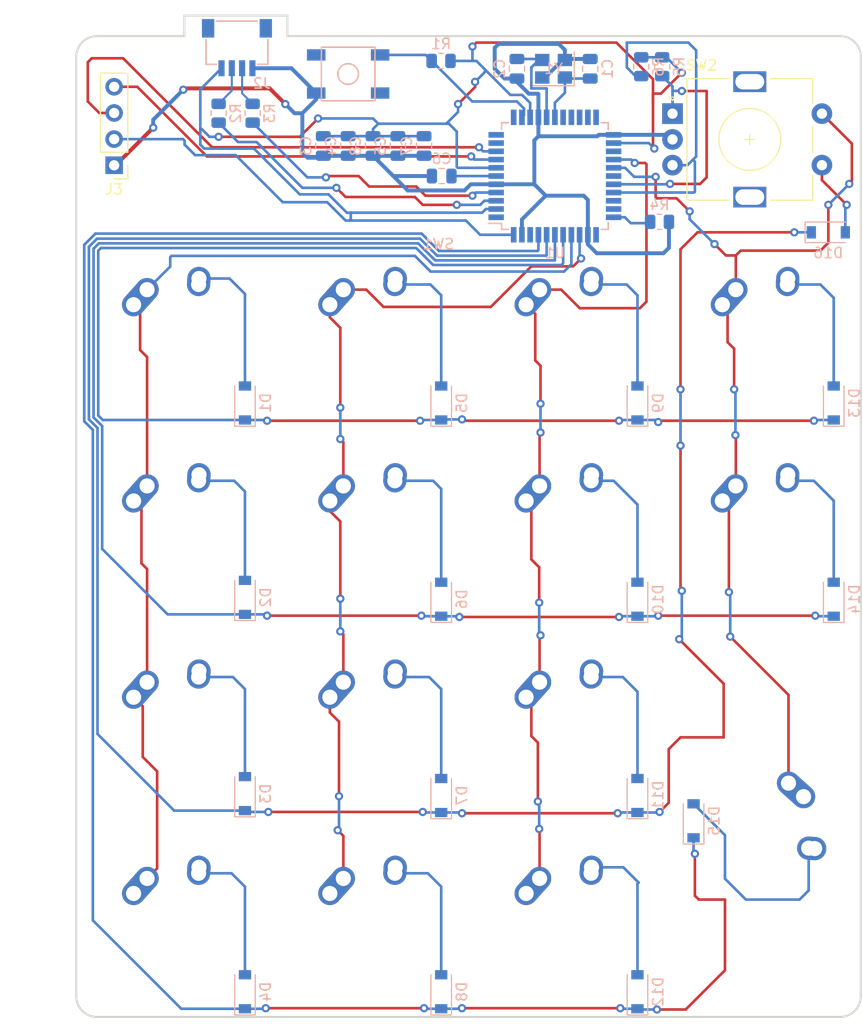
<source format=kicad_pcb>
(kicad_pcb (version 20211014) (generator pcbnew)
  (layers (0 "F.Cu" signal) (31 "B.Cu" signal) (34 "B.Paste" user) (35 "F.Paste" user) (36 "B.SilkS" user "B.Silkscreen") (37 "F.SilkS" user "F.Silkscreen") (38 "B.Mask" user) (39 "F.Mask" user) (44 "Edge.Cuts" user))
  (net 0 "")
  (net 1 "XTAL1")
  (net 2 "GND")
  (net 3 "XTAL2")
  (net 4 "Net-(C6-Pad1)")
  (net 5 "ROW0")
  (net 6 "Net-(D1-Pad2)")
  (net 7 "ROW1")
  (net 8 "Net-(D2-Pad2)")
  (net 9 "ROW2")
  (net 10 "Net-(D3-Pad2)")
  (net 11 "ROW3")
  (net 12 "Net-(D4-Pad2)")
  (net 13 "Net-(D5-Pad2)")
  (net 14 "Net-(D6-Pad2)")
  (net 15 "Net-(D7-Pad2)")
  (net 16 "Net-(D8-Pad2)")
  (net 17 "Net-(D9-Pad2)")
  (net 18 "Net-(D10-Pad2)")
  (net 19 "Net-(D11-Pad2)")
  (net 20 "Net-(D12-Pad2)")
  (net 21 "Net-(D13-Pad2)")
  (net 22 "Net-(D14-Pad2)")
  (net 23 "Net-(D15-Pad2)")
  (net 24 "Net-(D16-Pad2)")
  (net 25 "RESET")
  (net 26 "D+")
  (net 27 "D-")
  (net 28 "OLED1")
  (net 29 "OLED2")
  (net 30 "COL0")
  (net 31 "COL1")
  (net 32 "COL2")
  (net 33 "COL3")
  (net 34 "Net-(R2-Pad1)")
  (net 35 "Net-(R3-Pad1)")
  (net 36 "Net-(R4-Pad2)")
  (net 37 "CLK")
  (net 38 "DT")
  (net 40 "+5V")
  (footprint "MX_Alps_Hybrid:MX-1U-NoLED" (layer "F.Cu") (at 84.963035 103.41893)
    (fp_text reference "MX14")
    (fp_text value "#4b")
  )
  (footprint "MX_Alps_Hybrid:MX-1U-NoLED" (layer "F.Cu") (at 27.812965 84.36893)
    (fp_text reference "MX1")
    (fp_text value "#1")
  )
  (footprint "MX_Alps_Hybrid:MX-1U-NoLED" (layer "F.Cu") (at 46.862935 122.46903)
    (fp_text reference "MX7")
    (fp_text value "#2c")
  )
  (footprint "MX_Alps_Hybrid:MX-1U-NoLED" (layer "F.Cu") (at 84.963035 84.36893)
    (fp_text reference "MX13")
    (fp_text value "#4")
  )
  (footprint "MX_Alps_Hybrid:MX-1U-NoLED" (layer "F.Cu") (at 46.862935 141.51907)
    (fp_text reference "MX8")
    (fp_text value "#2d")
  )
  (footprint "MX_Alps_Hybrid:MX-1U-NoLED" (layer "F.Cu") (at 65.913035 103.41893)
    (fp_text reference "MX10")
    (fp_text value "#3b")
  )
  (footprint "MX_Alps_Hybrid:MX-1U-NoLED" (layer "F.Cu") (at 27.812965 103.41893)
    (fp_text reference "MX2")
    (fp_text value "#1b")
  )
  (footprint "MX_Alps_Hybrid:MX-1U-NoLED" (layer "F.Cu") (at 65.913035 141.51907)
    (fp_text reference "MX12")
    (fp_text value "#3d")
  )
  (footprint "MX_Alps_Hybrid:MX-1U-NoLED" (layer "F.Cu") (at 65.913035 122.46903)
    (fp_text reference "MX11")
    (fp_text value "#3c")
  )
  (footprint "Rotary_Encoder:RotaryEncoder_Alps_EC11E-Switch_Vertical_H20mm" (layer "F.Cu") (at 76.316 63.286)
    (fp_text reference "SW2")
    (fp_text value "RotaryEncoder_Switch")
  )
  (footprint "MX_Alps_Hybrid:MX-2U-NoLED" (layer "F.Cu") (at 85.03345 132.08 -90)
    (fp_text reference "MX15")
    (fp_text value "#4c")
  )
  (footprint "MX_Alps_Hybrid:MX-1U-NoLED" (layer "F.Cu") (at 27.812965 122.46903)
    (fp_text reference "MX3")
    (fp_text value "#1c")
  )
  (footprint "MX_Alps_Hybrid:MX-1U-NoLED" (layer "F.Cu") (at 27.812965 141.51907)
    (fp_text reference "MX4")
    (fp_text value "#1d")
  )
  (footprint "Connector_PinHeader_2.54mm:PinHeader_1x04_P2.54mm_Vertical" (layer "F.Cu") (at 22.113181 68.297935 180)
    (fp_text reference "J3")
    (fp_text value "Conn_01x04_Female_For_LCD")
  )
  (footprint "MX_Alps_Hybrid:MX-1U-NoLED" (layer "F.Cu") (at 46.862935 103.41893)
    (fp_text reference "MX6")
    (fp_text value "#2b")
  )
  (footprint "MX_Alps_Hybrid:MX-1U-NoLED" (layer "F.Cu") (at 46.862935 84.36893)
    (fp_text reference "MX5")
    (fp_text value "#2")
  )
  (footprint "MX_Alps_Hybrid:MX-1U-NoLED" (layer "F.Cu") (at 65.913035 84.36893)
    (fp_text reference "MX9")
    (fp_text value "#3")
  )
  (footprint "Resistor_SMD:R_0805_2012Metric" (layer "B.Cu") (at 35.56 63.246 90)
    (fp_text reference "R3")
    (fp_text value "22")
  )
  (footprint "Diode_SMD:D_SOD-123" (layer "B.Cu") (at 34.8127 129.286 90)
    (fp_text reference "D3")
    (fp_text value "D_Small")
  )
  (footprint "Diode_SMD:D_SOD-123" (layer "B.Cu") (at 34.812965 148.51907 90)
    (fp_text reference "D4")
    (fp_text value "D_Small")
  )
  (footprint "Capacitor_SMD:C_0805_2012Metric" (layer "B.Cu") (at 44.831 66.421 -90)
    (fp_text reference "C4")
    (fp_text value "0.1uF")
  )
  (footprint "Diode_SMD:D_SOD-123" (layer "B.Cu") (at 53.8626 148.51867 90)
    (fp_text reference "D8")
    (fp_text value "D_Small")
  )
  (footprint "Package_QFP:TQFP-44_10x10mm_P0.8mm" (layer "B.Cu") (at 64.897 69.342)
    (fp_text reference "U1")
    (fp_text value "ATmega32U4-A")
  )
  (footprint "Resistor_SMD:R_0805_2012Metric" (layer "B.Cu") (at 75.057 73.787 180)
    (fp_text reference "R4")
    (fp_text value "10k")
  )
  (footprint "Resistor_SMD:R_0805_2012Metric" (layer "B.Cu") (at 32.258 63.246 90)
    (fp_text reference "R2")
    (fp_text value "22")
  )
  (footprint "Diode_SMD:D_SOD-123" (layer "B.Cu") (at 78.359 131.926 90)
    (fp_text reference "D15")
    (fp_text value "D_Small")
  )
  (footprint "Diode_SMD:D_SOD-123" (layer "B.Cu") (at 91.44 74.803)
    (fp_text reference "D16")
    (fp_text value "D_Small")
  )
  (footprint "random-keyboard-parts:JST-SR-4" (layer "B.Cu") (at 34.036 54.102)
    (fp_text reference "J2")
    (fp_text value "Conn_01x04")
  )
  (footprint "Capacitor_SMD:C_0805_2012Metric" (layer "B.Cu") (at 42.418 66.421 -90)
    (fp_text reference "C3")
    (fp_text value "0.1uF")
  )
  (footprint "Resistor_SMD:R_0805_2012Metric" (layer "B.Cu") (at 73.279 58.7285 90)
    (fp_text reference "R6")
    (fp_text value "10K")
  )
  (footprint "Diode_SMD:D_SOD-123" (layer "B.Cu") (at 91.963035 110.41893 90)
    (fp_text reference "D14")
    (fp_text value "D_Small")
  )
  (footprint "Diode_SMD:D_SOD-123" (layer "B.Cu") (at 72.9126 110.41853 90)
    (fp_text reference "D10")
    (fp_text value "D_Small")
  )
  (footprint "Resistor_SMD:R_0805_2012Metric" (layer "B.Cu") (at 53.848 58.166 180)
    (fp_text reference "R1")
    (fp_text value "10k")
  )
  (footprint "random-keyboard-parts:SKQG-1155865" (layer "B.Cu") (at 44.831 59.436 180)
    (fp_text reference "SW1")
    (fp_text value "SW_Push")
  )
  (footprint "Diode_SMD:D_SOD-123" (layer "B.Cu") (at 53.8626 110.41853 90)
    (fp_text reference "D6")
    (fp_text value "D_Small")
  )
  (footprint "Capacitor_SMD:C_0805_2012Metric" (layer "B.Cu") (at 68.326 58.928 90)
    (fp_text reference "C1")
    (fp_text value "22pF")
  )
  (footprint "Diode_SMD:D_SOD-123" (layer "B.Cu") (at 72.9126 148.51867 90)
    (fp_text reference "D12")
    (fp_text value "D_Small")
  )
  (footprint "Crystal:Crystal_SMD_3225-4Pin_3.2x2.5mm" (layer "B.Cu") (at 64.77 58.928 180)
    (fp_text reference "Y1")
    (fp_text value "16MHz")
  )
  (footprint "Capacitor_SMD:C_0805_2012Metric" (layer "B.Cu") (at 61.214 58.928 -90)
    (fp_text reference "C2")
    (fp_text value "22pF")
  )
  (footprint "Diode_SMD:D_SOD-123" (layer "B.Cu") (at 72.913035 91.36893 90)
    (fp_text reference "D9")
    (fp_text value "D_Small")
  )
  (footprint "Diode_SMD:D_SOD-123" (layer "B.Cu") (at 72.9126 129.46863 90)
    (fp_text reference "D11")
    (fp_text value "D_Small")
  )
  (footprint "Diode_SMD:D_SOD-123" (layer "B.Cu") (at 53.862935 91.36893 90)
    (fp_text reference "D5")
    (fp_text value "D_Small")
  )
  (footprint "Diode_SMD:D_SOD-123" (layer "B.Cu") (at 34.812965 91.36893 90)
    (fp_text reference "D1")
    (fp_text value "D_Small")
  )
  (footprint "Capacitor_SMD:C_0805_2012Metric" (layer "B.Cu") (at 53.909 69.342 180)
    (fp_text reference "C6")
    (fp_text value "1uF")
  )
  (footprint "Capacitor_SMD:C_0805_2012Metric" (layer "B.Cu") (at 47.244 66.421 -90)
    (fp_text reference "C8")
    (fp_text value "0.1uF")
  )
  (footprint "Diode_SMD:D_SOD-123" (layer "B.Cu") (at 34.8127 110.236 90)
    (fp_text reference "D2")
    (fp_text value "D_Small")
  )
  (footprint "Diode_SMD:D_SOD-123" (layer "B.Cu") (at 53.862935 129.46903 90)
    (fp_text reference "D7")
    (fp_text value "D_Small")
  )
  (footprint "Capacitor_SMD:C_0805_2012Metric" (layer "B.Cu") (at 52.197 66.421 -90)
    (fp_text reference "C7")
    (fp_text value "10uF")
  )
  (footprint "Resistor_SMD:R_0805_2012Metric" (layer "B.Cu") (at 75.311 58.7285 90)
    (fp_text reference "R5")
    (fp_text value "10K")
  )
  (footprint "Capacitor_SMD:C_0805_2012Metric" (layer "B.Cu") (at 49.657 66.421 -90)
    (fp_text reference "C5")
    (fp_text value "0.1uF")
  )
  (footprint "Diode_SMD:D_SOD-123" (layer "B.Cu") (at 91.9626 91.36853 90)
    (fp_text reference "D13")
    (fp_text value "D_Small")
  )
  (gr_line (start 38.93279 55.76193) (end 92.590035 55.76193) (layer "Edge.Cuts") (width 0.2))
  (gr_line (start 28.93279 53.76193) (end 38.93279 53.76193) (layer "Edge.Cuts") (width 0.2))
  (gr_line (start 20.439965 150.96207) (end 92.590035 150.96207) (layer "Edge.Cuts") (width 0.2))
  (gr_line (start 20.439965 55.76193) (end 20.439965 55.76193) (layer "Edge.Cuts") (width 0.2))
  (gr_arc (start 92.590035 55.76193) (mid 94.004231 56.347723) (end 94.590035 57.76193) (layer "Edge.Cuts") (width 0.2))
  (gr_arc (start 94.590035 148.96207) (mid 94.004264 150.376315) (end 92.590035 150.96207) (layer "Edge.Cuts") (width 0.2))
  (gr_line (start 94.590035 57.76193) (end 94.590035 148.96207) (layer "Edge.Cuts") (width 0.2))
  (gr_line (start 18.439965 57.76193) (end 18.439965 148.96207) (layer "Edge.Cuts") (width 0.2))
  (gr_line (start 28.93279 53.76193) (end 28.93279 55.76193) (layer "Edge.Cuts") (width 0.2))
  (gr_arc (start 18.439965 57.76193) (mid 19.025751 56.347715) (end 20.439965 55.76193) (layer "Edge.Cuts") (width 0.2))
  (gr_line (start 20.439965 55.76193) (end 28.93279 55.76193) (layer "Edge.Cuts") (width 0.2))
  (gr_line (start 38.93279 53.76193) (end 38.93279 55.76193) (layer "Edge.Cuts") (width 0.2))
  (gr_arc (start 20.439965 150.96207) (mid 19.025754 150.376282) (end 18.439965 148.96207) (layer "Edge.Cuts") (width 0.2))
  (segment (start 65.87 59.778) (end 65.87 61.257) (width 0.254) (layer "B.Cu") (net 1))
  (segment (start 68.326 59.878) (end 65.97 59.878) (width 0.254) (layer "B.Cu") (net 1))
  (segment (start 65.87 61.257) (end 64.897 62.23) (width 0.254) (layer "B.Cu") (net 1))
  (segment (start 65.97 59.878) (end 65.87 59.778) (width 0.254) (layer "B.Cu") (net 1))
  (segment (start 64.897 62.23) (end 64.897 63.642) (width 0.254) (layer "B.Cu") (net 1))
  (segment (start 28.956 60.833) (end 28.829 60.96) (width 0.381) (layer "F.Cu") (net 2))
  (segment (start 22.253065 68.297935) (end 25.908 64.643) (width 0.381) (layer "F.Cu") (net 2))
  (segment (start 37.211 60.833) (end 28.956 60.833) (width 0.381) (layer "F.Cu") (net 2))
  (segment (start 38.735 62.357) (end 37.211 60.833) (width 0.381) (layer "F.Cu") (net 2))
  (segment (start 22.113181 68.297935) (end 22.253065 68.297935) (width 0.381) (layer "F.Cu") (net 2))
  (via (at 25.908 64.643) (size 0.8) (drill 0.4) (layers "F.Cu" "B.Cu") (net 2))
  (via (at 38.735 62.357) (size 0.8) (drill 0.4) (layers "F.Cu" "B.Cu") (net 2))
  (via (at 28.829 60.96) (size 0.8) (drill 0.4) (layers "F.Cu" "B.Cu") (net 2))
  (segment (start 70.597 65.342) (end 75.872 65.342) (width 0.381) (layer "B.Cu") (net 2))
  (segment (start 67.691 71.247) (end 68.097 71.653) (width 0.381) (layer "B.Cu") (net 2))
  (segment (start 59.055 58.928) (end 59.055 56.896) (width 0.381) (layer "B.Cu") (net 2))
  (segment (start 63.947 59.778) (end 65.647 58.078) (width 0.381) (layer "B.Cu") (net 2))
  (segment (start 42.418 67.371) (end 44.831 67.371) (width 0.381) (layer "B.Cu") (net 2))
  (segment (start 25.908 63.881) (end 25.908 64.643) (width 0.381) (layer "B.Cu") (net 2))
  (segment (start 59.055 56.896) (end 59.436 56.515) (width 0.381) (layer "B.Cu") (net 2))
  (segment (start 61.214 59.878) (end 60.005 59.878) (width 0.381) (layer "B.Cu") (net 2))
  (segment (start 63.2555 61.3505) (end 63.297 61.392) (width 0.381) (layer "B.Cu") (net 2))
  (segment (start 69.151 65.342) (end 70.597 65.342) (width 0.381) (layer "B.Cu") (net 2))
  (segment (start 52.959 69.342) (end 49.215 69.342) (width 0.381) (layer "B.Cu") (net 2))
  (segment (start 63.297 65.481) (end 63.297 63.642) (width 0.381) (layer "B.Cu") (net 2))
  (segment (start 61.697 75.042) (end 61.697 73.558) (width 0.381) (layer "B.Cu") (net 2))
  (segment (start 75.9695 76.3035) (end 75.9695 73.787) (width 0.381) (layer "B.Cu") (net 2))
  (segment (start 75.872 65.342) (end 76.316 65.786) (width 0.381) (layer "B.Cu") (net 2))
  (segment (start 50.612 70.739) (end 56.134 70.739) (width 0.381) (layer "B.Cu") (net 2))
  (segment (start 35.536 58.877) (end 39.322 58.877) (width 0.381) (layer "B.Cu") (net 2))
  (segment (start 68.097 75.042) (end 68.097 75.971) (width 0.381) (layer "B.Cu") (net 2))
  (segment (start 69.012 65.481) (end 69.151 65.342) (width 0.381) (layer "B.Cu") (net 2))
  (segment (start 68.326 57.978) (end 65.97 57.978) (width 0.381) (layer "B.Cu") (net 2))
  (segment (start 65.278 56.515) (end 65.87 57.107) (width 0.381) (layer "B.Cu") (net 2))
  (segment (start 61.697 73.558) (end 64.008 71.247) (width 0.381) (layer "B.Cu") (net 2))
  (segment (start 63.297 65.481) (end 69.012 65.481) (width 0.381) (layer "B.Cu") (net 2))
  (segment (start 56.731 70.142) (end 59.197 70.142) (width 0.381) (layer "B.Cu") (net 2))
  (segment (start 61.214 60.198) (end 62.3665 61.3505) (width 0.381) (layer "B.Cu") (net 2))
  (segment (start 47.244 67.371) (end 49.182 69.309) (width 0.381) (layer "B.Cu") (net 2))
  (segment (start 39.322 58.877) (end 41.731 61.286) (width 0.381) (layer "B.Cu") (net 2))
  (segment (start 68.961 76.835) (end 75.438 76.835) (width 0.381) (layer "B.Cu") (net 2))
  (segment (start 40.894 67.564) (end 42.225 67.564) (width 0.381) (layer "B.Cu") (net 2))
  (segment (start 65.87 57.107) (end 65.87 58.078) (width 0.381) (layer "B.Cu") (net 2))
  (segment (start 68.097 71.653) (end 68.097 75.042) (width 0.381) (layer "B.Cu") (net 2))
  (segment (start 40.386 67.056) (end 40.894 67.564) (width 0.381) (layer "B.Cu") (net 2))
  (segment (start 62.903 65.875) (end 63.297 65.481) (width 0.381) (layer "B.Cu") (net 2))
  (segment (start 41.731 61.901) (end 40.386 63.246) (width 0.381) (layer "B.Cu") (net 2))
  (segment (start 59.436 56.515) (end 65.278 56.515) (width 0.381) (layer "B.Cu") (net 2))
  (segment (start 62.3665 61.3505) (end 63.2555 61.3505) (width 0.381) (layer "B.Cu") (net 2))
  (segment (start 63.67 59.778) (end 63.947 59.778) (width 0.381) (layer "B.Cu") (net 2))
  (segment (start 56.134 70.739) (end 56.731 70.142) (width 0.381) (layer "B.Cu") (net 2))
  (segment (start 61.214 59.878) (end 61.214 60.198) (width 0.381) (layer "B.Cu") (net 2))
  (segment (start 44.831 67.371) (end 47.244 67.371) (width 0.381) (layer "B.Cu") (net 2))
  (segment (start 65.647 58.078) (end 65.87 58.078) (width 0.381) (layer "B.Cu") (net 2))
  (segment (start 28.829 60.96) (end 25.908 63.881) (width 0.381) (layer "B.Cu") (net 2))
  (segment (start 42.225 67.564) (end 42.418 67.371) (width 0.381) (layer "B.Cu") (net 2))
  (segment (start 63.297 61.392) (end 63.297 63.642) (width 0.381) (layer "B.Cu") (net 2))
  (segment (start 64.008 71.247) (end 67.691 71.247) (width 0.381) (layer "B.Cu") (net 2))
  (segment (start 49.215 69.342) (end 49.182 69.309) (width 0.381) (layer "B.Cu") (net 2))
  (segment (start 40.386 63.246) (end 40.386 67.056) (width 0.381) (layer "B.Cu") (net 2))
  (segment (start 62.903 70.142) (end 59.197 70.142) (width 0.381) (layer "B.Cu") (net 2))
  (segment (start 68.097 75.971) (end 68.961 76.835) (width 0.381) (layer "B.Cu") (net 2))
  (segment (start 52.197 67.371) (end 49.657 67.371) (width 0.381) (layer "B.Cu") (net 2))
  (segment (start 40.386 63.246) (end 39.624 63.246) (width 0.381) (layer "B.Cu") (net 2))
  (segment (start 65.97 57.978) (end 65.87 58.078) (width 0.381) (layer "B.Cu") (net 2))
  (segment (start 60.005 59.878) (end 59.055 58.928) (width 0.381) (layer "B.Cu") (net 2))
  (segment (start 64.008 71.247) (end 62.903 70.142) (width 0.381) (layer "B.Cu") (net 2))
  (segment (start 62.903 70.142) (end 62.903 65.875) (width 0.381) (layer "B.Cu") (net 2))
  (segment (start 39.624 63.246) (end 38.735 62.357) (width 0.381) (layer "B.Cu") (net 2))
  (segment (start 41.731 61.286) (end 41.731 61.901) (width 0.381) (layer "B.Cu") (net 2))
  (segment (start 47.244 67.371) (end 49.657 67.371) (width 0.381) (layer "B.Cu") (net 2))
  (segment (start 49.182 69.309) (end 50.612 70.739) (width 0.381) (layer "B.Cu") (net 2))
  (segment (start 75.438 76.835) (end 75.9695 76.3035) (width 0.381) (layer "B.Cu") (net 2))
  (segment (start 61.214 57.978) (end 63.57 57.978) (width 0.254) (layer "B.Cu") (net 3))
  (segment (start 64.129 57.746) (end 64.129 57.951) (width 0.381) (layer "B.Cu") (net 3))
  (segment (start 62.611 58.801) (end 62.611 60.833) (width 0.254) (layer "B.Cu") (net 3))
  (segment (start 63.67 58.078) (end 63.334 58.078) (width 0.254) (layer "B.Cu") (net 3))
  (segment (start 63.956 57.919) (end 64.129 57.746) (width 0.381) (layer "B.Cu") (net 3))
  (segment (start 63.334 58.078) (end 62.611 58.801) (width 0.254) (layer "B.Cu") (net 3))
  (segment (start 64.097 60.833) (end 64.097 63.642) (width 0.254) (layer "B.Cu") (net 3))
  (segment (start 63.57 57.978) (end 63.67 58.078) (width 0.254) (layer "B.Cu") (net 3))
  (segment (start 62.611 60.833) (end 64.097 60.833) (width 0.254) (layer "B.Cu") (net 3))
  (segment (start 59.197 69.342) (end 54.859 69.342) (width 0.254) (layer "B.Cu") (net 4))
  (segment (start 90.043 93.091) (end 75.057 93.091) (width 0.254) (layer "F.Cu") (net 5))
  (segment (start 56.007 93.091) (end 55.88 92.964) (width 0.254) (layer "F.Cu") (net 5))
  (segment (start 75.057 93.091) (end 74.93 93.218) (width 0.254) (layer "F.Cu") (net 5))
  (segment (start 71.12 93.091) (end 56.007 93.091) (width 0.254) (layer "F.Cu") (net 5))
  (segment (start 51.816 93.091) (end 36.957 93.091) (width 0.254) (layer "F.Cu") (net 5))
  (via (at 51.816 93.091) (size 0.8) (drill 0.4) (layers "F.Cu" "B.Cu") (net 5))
  (via (at 74.93 93.218) (size 0.8) (drill 0.4) (layers "F.Cu" "B.Cu") (net 5))
  (via (at 55.88 92.964) (size 0.8) (drill 0.4) (layers "F.Cu" "B.Cu") (net 5))
  (via (at 90.043 93.091) (size 0.8) (drill 0.4) (layers "F.Cu" "B.Cu") (net 5))
  (via (at 71.12 93.091) (size 0.8) (drill 0.4) (layers "F.Cu" "B.Cu") (net 5))
  (via (at 36.957 93.091) (size 0.8) (drill 0.4) (layers "F.Cu" "B.Cu") (net 5))
  (segment (start 53.862935 93.01893) (end 51.88807 93.01893) (width 0.254) (layer "B.Cu") (net 5))
  (segment (start 71.19207 93.01893) (end 71.12 93.091) (width 0.254) (layer "B.Cu") (net 5))
  (segment (start 51.435 76.327) (end 20.828 76.327) (width 0.254) (layer "B.Cu") (net 5))
  (segment (start 65.697 77.813) (end 65.532 77.978) (width 0.254) (layer "B.Cu") (net 5))
  (segment (start 91.9626 93.01853) (end 90.11547 93.01853) (width 0.254) (layer "B.Cu") (net 5))
  (segment (start 65.532 77.978) (end 53.086 77.978) (width 0.254) (layer "B.Cu") (net 5))
  (segment (start 53.917865 92.964) (end 53.862935 93.01893) (width 0.254) (layer "B.Cu") (net 5))
  (segment (start 20.828 76.327) (end 20.574 76.581) (width 0.254) (layer "B.Cu") (net 5))
  (segment (start 51.88807 93.01893) (end 51.816 93.091) (width 0.254) (layer "B.Cu") (net 5))
  (segment (start 21.00993 93.01893) (end 34.812965 93.01893) (width 0.254) (layer "B.Cu") (net 5))
  (segment (start 90.11547 93.01853) (end 90.043 93.091) (width 0.254) (layer "B.Cu") (net 5))
  (segment (start 20.574 76.581) (end 20.574 92.583) (width 0.254) (layer "B.Cu") (net 5))
  (segment (start 72.913035 93.01893) (end 71.19207 93.01893) (width 0.254) (layer "B.Cu") (net 5))
  (segment (start 55.88 92.964) (end 53.917865 92.964) (width 0.254) (layer "B.Cu") (net 5))
  (segment (start 20.574 92.583) (end 21.00993 93.01893) (width 0.254) (layer "B.Cu") (net 5))
  (segment (start 53.086 77.978) (end 51.435 76.327) (width 0.254) (layer "B.Cu") (net 5))
  (segment (start 34.812965 93.01893) (end 36.88493 93.01893) (width 0.254) (layer "B.Cu") (net 5))
  (segment (start 65.697 75.042) (end 65.697 77.813) (width 0.254) (layer "B.Cu") (net 5))
  (segment (start 72.913035 93.01893) (end 74.73093 93.01893) (width 0.254) (layer "B.Cu") (net 5))
  (segment (start 36.88493 93.01893) (end 36.957 93.091) (width 0.254) (layer "B.Cu") (net 5))
  (segment (start 74.73093 93.01893) (end 74.93 93.218) (width 0.254) (layer "B.Cu") (net 5))
  (segment (start 34.812965 80.786965) (end 33.31493 79.28893) (width 0.254) (layer "B.Cu") (net 6))
  (segment (start 33.31493 79.28893) (end 30.352965 79.28893) (width 0.254) (layer "B.Cu") (net 6))
  (segment (start 34.812965 89.71893) (end 34.812965 80.786965) (width 0.254) (layer "B.Cu") (net 6))
  (segment (start 51.943 112.014) (end 36.957 112.014) (width 0.254) (layer "F.Cu") (net 7))
  (segment (start 90.17 112.014) (end 74.93 112.014) (width 0.254) (layer "F.Cu") (net 7))
  (segment (start 71.12 112.141) (end 55.626 112.141) (width 0.254) (layer "F.Cu") (net 7))
  (via (at 74.93 112.014) (size 0.8) (drill 0.4) (layers "F.Cu" "B.Cu") (net 7))
  (via (at 55.626 112.141) (size 0.8) (drill 0.4) (layers "F.Cu" "B.Cu") (net 7))
  (via (at 51.943 112.014) (size 0.8) (drill 0.4) (layers "F.Cu" "B.Cu") (net 7))
  (via (at 36.957 112.014) (size 0.8) (drill 0.4) (layers "F.Cu" "B.Cu") (net 7))
  (via (at 71.12 112.141) (size 0.8) (drill 0.4) (layers "F.Cu" "B.Cu") (net 7))
  (via (at 90.17 112.014) (size 0.8) (drill 0.4) (layers "F.Cu" "B.Cu") (net 7))
  (segment (start 20.12 76.392948) (end 20.639948 75.873) (width 0.254) (layer "B.Cu") (net 7))
  (segment (start 34.8127 111.886) (end 27.304 111.886) (width 0.254) (layer "B.Cu") (net 7))
  (segment (start 20.955 93.606053) (end 20.12 92.771052) (width 0.254) (layer "B.Cu") (net 7))
  (segment (start 74.87547 112.06853) (end 74.93 112.014) (width 0.254) (layer "B.Cu") (net 7))
  (segment (start 20.639948 75.873) (end 51.623052 75.873) (width 0.254) (layer "B.Cu") (net 7))
  (segment (start 53.8626 112.06853) (end 55.55353 112.06853) (width 0.254) (layer "B.Cu") (net 7))
  (segment (start 53.8626 112.06853) (end 51.99753 112.06853) (width 0.254) (layer "B.Cu") (net 7))
  (segment (start 71.19247 112.06853) (end 71.12 112.141) (width 0.254) (layer "B.Cu") (net 7))
  (segment (start 36.829 111.886) (end 36.957 112.014) (width 0.254) (layer "B.Cu") (net 7))
  (segment (start 51.623052 75.873) (end 53.274052 77.524) (width 0.254) (layer "B.Cu") (net 7))
  (segment (start 51.99753 112.06853) (end 51.943 112.014) (width 0.254) (layer "B.Cu") (net 7))
  (segment (start 91.963035 112.06893) (end 90.22493 112.06893) (width 0.254) (layer "B.Cu") (net 7))
  (segment (start 55.55353 112.06853) (end 55.626 112.141) (width 0.254) (layer "B.Cu") (net 7))
  (segment (start 90.22493 112.06893) (end 90.17 112.014) (width 0.254) (layer "B.Cu") (net 7))
  (segment (start 27.304 111.886) (end 20.955 105.537) (width 0.254) (layer "B.Cu") (net 7))
  (segment (start 20.12 92.771052) (end 20.12 76.392948) (width 0.254) (layer "B.Cu") (net 7))
  (segment (start 20.955 105.537) (end 20.955 93.606053) (width 0.254) (layer "B.Cu") (net 7))
  (segment (start 72.9126 112.06853) (end 74.87547 112.06853) (width 0.254) (layer "B.Cu") (net 7))
  (segment (start 72.9126 112.06853) (end 71.19247 112.06853) (width 0.254) (layer "B.Cu") (net 7))
  (segment (start 64.897 77.524) (end 64.897 75.042) (width 0.254) (layer "B.Cu") (net 7))
  (segment (start 53.274052 77.524) (end 64.897 77.524) (width 0.254) (layer "B.Cu") (net 7))
  (segment (start 34.8127 111.886) (end 36.829 111.886) (width 0.254) (layer "B.Cu") (net 7))
  (segment (start 34.8127 108.586) (end 34.8127 99.9637) (width 0.254) (layer "B.Cu") (net 8))
  (segment (start 33.76793 98.91893) (end 30.312965 98.91893) (width 0.254) (layer "B.Cu") (net 8))
  (segment (start 34.8127 99.9637) (end 33.76793 98.91893) (width 0.254) (layer "B.Cu") (net 8))
  (segment (start 81.28 118.618) (end 76.962 114.3) (width 0.254) (layer "F.Cu") (net 9))
  (segment (start 88.138 74.803) (end 78.74 74.803) (width 0.254) (layer "F.Cu") (net 9))
  (segment (start 78.74 74.803) (end 77.089 76.454) (width 0.254) (layer "F.Cu") (net 9))
  (segment (start 75.057 131.064) (end 75.946 130.175) (width 0.254) (layer "F.Cu") (net 9))
  (segment (start 77.089 76.454) (end 77.089 90.043) (width 0.254) (layer "F.Cu") (net 9))
  (segment (start 77.089 109.474) (end 77.216 109.601) (width 0.254) (layer "F.Cu") (net 9))
  (segment (start 81.28 123.825) (end 81.28 118.618) (width 0.254) (layer "F.Cu") (net 9))
  (segment (start 70.993 131.191) (end 55.88 131.191) (width 0.254) (layer "F.Cu") (net 9))
  (segment (start 75.946 130.175) (end 75.946 124.968) (width 0.254) (layer "F.Cu") (net 9))
  (segment (start 75.946 124.968) (end 77.089 123.825) (width 0.254) (layer "F.Cu") (net 9))
  (segment (start 52.07 131.064) (end 37.084 131.064) (width 0.254) (layer "F.Cu") (net 9))
  (segment (start 77.089 95.504) (end 77.089 109.474) (width 0.254) (layer "F.Cu") (net 9))
  (segment (start 77.089 123.825) (end 81.28 123.825) (width 0.254) (layer "F.Cu") (net 9))
  (via (at 88.138 74.803) (size 0.8) (drill 0.4) (layers "F.Cu" "B.Cu") (net 9))
  (via (at 77.089 90.043) (size 0.8) (drill 0.4) (layers "F.Cu" "B.Cu") (net 9))
  (via (at 76.962 114.3) (size 0.8) (drill 0.4) (layers "F.Cu" "B.Cu") (net 9))
  (via (at 52.07 131.064) (size 0.8) (drill 0.4) (layers "F.Cu" "B.Cu") (net 9))
  (via (at 77.216 109.601) (size 0.8) (drill 0.4) (layers "F.Cu" "B.Cu") (net 9))
  (via (at 75.057 131.064) (size 0.8) (drill 0.4) (layers "F.Cu" "B.Cu") (net 9))
  (via (at 70.993 131.191) (size 0.8) (drill 0.4) (layers "F.Cu" "B.Cu") (net 9))
  (via (at 55.88 131.191) (size 0.8) (drill 0.4) (layers "F.Cu" "B.Cu") (net 9))
  (via (at 77.089 95.504) (size 0.8) (drill 0.4) (layers "F.Cu" "B.Cu") (net 9))
  (via (at 37.084 131.064) (size 0.8) (drill 0.4) (layers "F.Cu" "B.Cu") (net 9))
  (segment (start 53.862935 131.11903) (end 52.12503 131.11903) (width 0.254) (layer "B.Cu") (net 9))
  (segment (start 64.027 77.07) (end 64.097 77) (width 0.254) (layer "B.Cu") (net 9))
  (segment (start 55.80803 131.11903) (end 55.88 131.191) (width 0.254) (layer "B.Cu") (net 9))
  (segment (start 34.8127 130.936) (end 27.939 130.936) (width 0.254) (layer "B.Cu") (net 9))
  (segment (start 51.811104 75.419) (end 53.462104 77.07) (width 0.254) (layer "B.Cu") (net 9))
  (segment (start 34.9407 131.064) (end 34.8127 130.936) (width 0.254) (layer "B.Cu") (net 9))
  (segment (start 77.216 109.601) (end 77.216 114.046) (width 0.254) (layer "B.Cu") (net 9))
  (segment (start 20.501 123.498) (end 20.501 93.794106) (width 0.254) (layer "B.Cu") (net 9))
  (segment (start 19.666 76.204896) (end 20.451896 75.419) (width 0.254) (layer "B.Cu") (net 9))
  (segment (start 27.939 130.936) (end 20.501 123.498) (width 0.254) (layer "B.Cu") (net 9))
  (segment (start 64.097 77) (end 64.097 75.042) (width 0.254) (layer "B.Cu") (net 9))
  (segment (start 75.00237 131.11863) (end 75.057 131.064) (width 0.254) (layer "B.Cu") (net 9))
  (segment (start 53.862935 131.11903) (end 55.80803 131.11903) (width 0.254) (layer "B.Cu") (net 9))
  (segment (start 20.501 93.794106) (end 19.666 92.959105) (width 0.254) (layer "B.Cu") (net 9))
  (segment (start 71.06537 131.11863) (end 70.993 131.191) (width 0.254) (layer "B.Cu") (net 9))
  (segment (start 20.451896 75.419) (end 51.811104 75.419) (width 0.254) (layer "B.Cu") (net 9))
  (segment (start 77.089 90.043) (end 77.089 95.504) (width 0.254) (layer "B.Cu") (net 9))
  (segment (start 53.462104 77.07) (end 64.027 77.07) (width 0.254) (layer "B.Cu") (net 9))
  (segment (start 52.12503 131.11903) (end 52.07 131.064) (width 0.254) (layer "B.Cu") (net 9))
  (segment (start 89.79 74.803) (end 88.138 74.803) (width 0.254) (layer "B.Cu") (net 9))
  (segment (start 19.666 92.959105) (end 19.666 76.204896) (width 0.254) (layer "B.Cu") (net 9))
  (segment (start 72.9126 131.11863) (end 71.06537 131.11863) (width 0.254) (layer "B.Cu") (net 9))
  (segment (start 72.9126 131.11863) (end 75.00237 131.11863) (width 0.254) (layer "B.Cu") (net 9))
  (segment (start 37.084 131.064) (end 34.9407 131.064) (width 0.254) (layer "B.Cu") (net 9))
  (segment (start 77.216 114.046) (end 76.962 114.3) (width 0.254) (layer "B.Cu") (net 9))
  (segment (start 34.8127 127.636) (end 34.8127 119.1407) (width 0.254) (layer "B.Cu") (net 10))
  (segment (start 34.8127 119.1407) (end 33.64103 117.96903) (width 0.254) (layer "B.Cu") (net 10))
  (segment (start 33.64103 117.96903) (end 30.312965 117.96903) (width 0.254) (layer "B.Cu") (net 10))
  (segment (start 81.407 139.573) (end 81.407 146.431) (width 0.254) (layer "F.Cu") (net 11))
  (segment (start 77.597 150.241) (end 81.407 146.431) (width 0.254) (layer "F.Cu") (net 11))
  (segment (start 52.197 150.114) (end 36.83 150.114) (width 0.254) (layer "F.Cu") (net 11))
  (segment (start 77.597 150.241) (end 74.803 150.241) (width 0.254) (layer "F.Cu") (net 11))
  (segment (start 78.486 139.192) (end 78.867 139.573) (width 0.254) (layer "F.Cu") (net 11))
  (segment (start 78.867 139.573) (end 81.407 139.573) (width 0.254) (layer "F.Cu") (net 11))
  (segment (start 71.247 150.114) (end 55.88 150.114) (width 0.254) (layer "F.Cu") (net 11))
  (segment (start 78.486 135.128) (end 78.486 139.192) (width 0.254) (layer "F.Cu") (net 11))
  (via (at 36.83 150.114) (size 0.8) (drill 0.4) (layers "F.Cu" "B.Cu") (net 11))
  (via (at 78.486 135.128) (size 0.8) (drill 0.4) (layers "F.Cu" "B.Cu") (net 11))
  (via (at 74.803 150.241) (size 0.8) (drill 0.4) (layers "F.Cu" "B.Cu") (net 11))
  (via (at 52.197 150.114) (size 0.8) (drill 0.4) (layers "F.Cu" "B.Cu") (net 11))
  (via (at 55.88 150.114) (size 0.8) (drill 0.4) (layers "F.Cu" "B.Cu") (net 11))
  (via (at 71.247 150.114) (size 0.8) (drill 0.4) (layers "F.Cu" "B.Cu") (net 11))
  (segment (start 20.298844 74.93) (end 51.964157 74.93) (width 0.254) (layer "B.Cu") (net 11))
  (segment (start 52.25167 150.16867) (end 52.197 150.114) (width 0.254) (layer "B.Cu") (net 11))
  (segment (start 20.047 141.586) (end 20.047 93.982159) (width 0.254) (layer "B.Cu") (net 11))
  (segment (start 34.812965 150.16907) (end 36.77493 150.16907) (width 0.254) (layer "B.Cu") (net 11))
  (segment (start 51.964157 74.93) (end 53.650156 76.616) (width 0.254) (layer "B.Cu") (net 11))
  (segment (start 19.212 93.147158) (end 19.212 76.016844) (width 0.254) (layer "B.Cu") (net 11))
  (segment (start 55.82533 150.16867) (end 55.88 150.114) (width 0.254) (layer "B.Cu") (net 11))
  (segment (start 74.803 150.241) (end 72.98493 150.241) (width 0.254) (layer "B.Cu") (net 11))
  (segment (start 63.297 76.54) (end 63.297 75.042) (width 0.254) (layer "B.Cu") (net 11))
  (segment (start 71.30167 150.16867) (end 71.247 150.114) (width 0.254) (layer "B.Cu") (net 11))
  (segment (start 53.8626 150.16867) (end 52.25167 150.16867) (width 0.254) (layer "B.Cu") (net 11))
  (segment (start 36.77493 150.16907) (end 36.83 150.114) (width 0.254) (layer "B.Cu") (net 11))
  (segment (start 34.812965 150.16907) (end 28.63007 150.16907) (width 0.254) (layer "B.Cu") (net 11))
  (segment (start 72.9126 150.16867) (end 71.30167 150.16867) (width 0.254) (layer "B.Cu") (net 11))
  (segment (start 20.047 93.982159) (end 19.212 93.147158) (width 0.254) (layer "B.Cu") (net 11))
  (segment (start 72.98493 150.241) (end 72.9126 150.16867) (width 0.254) (layer "B.Cu") (net 11))
  (segment (start 19.212 76.016844) (end 20.298844 74.93) (width 0.254) (layer "B.Cu") (net 11))
  (segment (start 63.221 76.616) (end 63.297 76.54) (width 0.254) (layer "B.Cu") (net 11))
  (segment (start 78.359 133.576) (end 78.359 135.001) (width 0.254) (layer "B.Cu") (net 11))
  (segment (start 53.650156 76.616) (end 63.221 76.616) (width 0.254) (layer "B.Cu") (net 11))
  (segment (start 78.359 135.001) (end 78.486 135.128) (width 0.254) (layer "B.Cu") (net 11))
  (segment (start 28.63007 150.16907) (end 20.047 141.586) (width 0.254) (layer "B.Cu") (net 11))
  (segment (start 53.8626 150.16867) (end 55.82533 150.16867) (width 0.254) (layer "B.Cu") (net 11))
  (segment (start 34.812965 138.317965) (end 33.51407 137.01907) (width 0.254) (layer "B.Cu") (net 12))
  (segment (start 34.812965 146.86907) (end 34.812965 138.317965) (width 0.254) (layer "B.Cu") (net 12))
  (segment (start 33.51407 137.01907) (end 30.312965 137.01907) (width 0.254) (layer "B.Cu") (net 12))
  (segment (start 53.862935 89.71893) (end 53.862935 80.913935) (width 0.254) (layer "B.Cu") (net 13))
  (segment (start 53.862935 80.913935) (end 52.81793 79.86893) (width 0.254) (layer "B.Cu") (net 13))
  (segment (start 52.81793 79.86893) (end 49.362935 79.86893) (width 0.254) (layer "B.Cu") (net 13))
  (segment (start 53.07193 98.91893) (end 49.362935 98.91893) (width 0.254) (layer "B.Cu") (net 14))
  (segment (start 53.8626 99.7096) (end 53.07193 98.91893) (width 0.254) (layer "B.Cu") (net 14))
  (segment (start 53.8626 108.76853) (end 53.8626 99.7096) (width 0.254) (layer "B.Cu") (net 14))
  (segment (start 53.862935 127.81903) (end 53.862935 119.140935) (width 0.254) (layer "B.Cu") (net 15))
  (segment (start 52.69103 117.96903) (end 49.362935 117.96903) (width 0.254) (layer "B.Cu") (net 15))
  (segment (start 53.862935 119.140935) (end 52.69103 117.96903) (width 0.254) (layer "B.Cu") (net 15))
  (segment (start 53.8626 138.3176) (end 52.56407 137.01907) (width 0.254) (layer "B.Cu") (net 16))
  (segment (start 53.8626 146.86867) (end 53.8626 138.3176) (width 0.254) (layer "B.Cu") (net 16))
  (segment (start 52.56407 137.01907) (end 49.362935 137.01907) (width 0.254) (layer "B.Cu") (net 16))
  (segment (start 71.86793 79.86893) (end 68.413035 79.86893) (width 0.254) (layer "B.Cu") (net 17))
  (segment (start 72.913035 80.914035) (end 71.86793 79.86893) (width 0.254) (layer "B.Cu") (net 17))
  (segment (start 72.913035 89.71893) (end 72.913035 80.914035) (width 0.254) (layer "B.Cu") (net 17))
  (segment (start 72.9126 108.76853) (end 72.9126 101.2336) (width 0.254) (layer "B.Cu") (net 18))
  (segment (start 72.9126 101.2336) (end 70.59793 98.91893) (width 0.254) (layer "B.Cu") (net 18))
  (segment (start 70.59793 98.91893) (end 68.413035 98.91893) (width 0.254) (layer "B.Cu") (net 18))
  (segment (start 71.48703 117.96903) (end 68.413035 117.96903) (width 0.254) (layer "B.Cu") (net 19))
  (segment (start 72.9126 119.3946) (end 71.48703 117.96903) (width 0.254) (layer "B.Cu") (net 19))
  (segment (start 72.9126 127.81863) (end 72.9126 119.3946) (width 0.254) (layer "B.Cu") (net 19))
  (segment (start 71.54207 136.43907) (end 68.453035 136.43907) (width 0.254) (layer "B.Cu") (net 20))
  (segment (start 72.9126 138.0344) (end 73.025 137.922) (width 0.254) (layer "B.Cu") (net 20))
  (segment (start 73.025 137.922) (end 71.54207 136.43907) (width 0.254) (layer "B.Cu") (net 20))
  (segment (start 72.9126 146.86867) (end 72.9126 138.0344) (width 0.254) (layer "B.Cu") (net 20))
  (segment (start 91.9626 81.1676) (end 90.66393 79.86893) (width 0.254) (layer "B.Cu") (net 21))
  (segment (start 91.9626 89.71853) (end 91.9626 81.1676) (width 0.254) (layer "B.Cu") (net 21))
  (segment (start 90.66393 79.86893) (end 87.463035 79.86893) (width 0.254) (layer "B.Cu") (net 21))
  (segment (start 91.963035 100.853035) (end 90.02893 98.91893) (width 0.254) (layer "B.Cu") (net 22))
  (segment (start 91.963035 108.76893) (end 91.963035 100.853035) (width 0.254) (layer "B.Cu") (net 22))
  (segment (start 90.02893 98.91893) (end 87.463035 98.91893) (width 0.254) (layer "B.Cu") (net 22))
  (segment (start 83.439 139.573) (end 88.646 139.573) (width 0.254) (layer "B.Cu") (net 23))
  (segment (start 78.359 130.276) (end 81.407 133.324) (width 0.254) (layer "B.Cu") (net 23))
  (segment (start 81.407 133.324) (end 81.407 137.541) (width 0.254) (layer "B.Cu") (net 23))
  (segment (start 88.646 139.573) (end 89.53345 138.68555) (width 0.254) (layer "B.Cu") (net 23))
  (segment (start 81.407 137.541) (end 83.439 139.573) (width 0.254) (layer "B.Cu") (net 23))
  (segment (start 89.53345 138.68555) (end 89.53345 134.58) (width 0.254) (layer "B.Cu") (net 23))
  (segment (start 90.816 68.286) (end 90.816 69.734) (width 0.254) (layer "F.Cu") (net 24))
  (segment (start 90.816 69.734) (end 93.218 72.136) (width 0.254) (layer "F.Cu") (net 24))
  (via (at 93.218 72.136) (size 0.8) (drill 0.4) (layers "F.Cu" "B.Cu") (net 24))
  (segment (start 93.09 72.264) (end 93.218 72.136) (width 0.254) (layer "B.Cu") (net 24))
  (segment (start 93.09 74.803) (end 93.09 72.264) (width 0.254) (layer "B.Cu") (net 24))
  (segment (start 52.3555 57.586) (end 52.9355 58.166) (width 0.254) (layer "B.Cu") (net 25))
  (segment (start 47.931 57.586) (end 52.3555 57.586) (width 0.254) (layer "B.Cu") (net 25))
  (segment (start 61.895 62.784) (end 61.895 63.444) (width 0.254) (layer "B.Cu") (net 25))
  (segment (start 61.895 63.444) (end 61.697 63.642) (width 0.254) (layer "B.Cu") (net 25))
  (segment (start 61.214 62.103) (end 61.895 62.784) (width 0.254) (layer "B.Cu") (net 25))
  (segment (start 56.8725 62.103) (end 61.214 62.103) (width 0.254) (layer "B.Cu") (net 25))
  (segment (start 52.9355 58.166) (end 56.8725 62.103) (width 0.254) (layer "B.Cu") (net 25))
  (segment (start 34.536 58.877) (end 34.536 61.3095) (width 0.2) (layer "B.Cu") (net 26))
  (segment (start 34.536 61.3095) (end 35.56 62.3335) (width 0.2) (layer "B.Cu") (net 26))
  (segment (start 33.536 61.0555) (end 32.258 62.3335) (width 0.2) (layer "B.Cu") (net 27))
  (segment (start 33.536 58.877) (end 33.536 61.0555) (width 0.2) (layer "B.Cu") (net 27))
  (segment (start 31.115 67.437) (end 56.769 67.437) (width 0.254) (layer "F.Cu") (net 28))
  (segment (start 24.355935 60.677935) (end 31.115 67.437) (width 0.254) (layer "F.Cu") (net 28))
  (segment (start 22.113181 60.677935) (end 24.355935 60.677935) (width 0.254) (layer "F.Cu") (net 28))
  (via (at 56.769 67.437) (size 0.8) (drill 0.4) (layers "F.Cu" "B.Cu") (net 28))
  (segment (start 57.074 67.742) (end 56.769 67.437) (width 0.254) (layer "B.Cu") (net 28))
  (segment (start 59.197 67.742) (end 57.074 67.742) (width 0.254) (layer "B.Cu") (net 28))
  (segment (start 22.113181 63.217935) (end 20.672935 63.217935) (width 0.254) (layer "F.Cu") (net 29))
  (segment (start 22.987 57.912) (end 31.623 66.548) (width 0.254) (layer "F.Cu") (net 29))
  (segment (start 31.623 66.548) (end 57.531 66.548) (width 0.254) (layer "F.Cu") (net 29))
  (segment (start 19.939 57.912) (end 22.987 57.912) (width 0.254) (layer "F.Cu") (net 29))
  (segment (start 19.558 58.293) (end 19.939 57.912) (width 0.254) (layer "F.Cu") (net 29))
  (segment (start 20.672935 63.217935) (end 19.558 62.103) (width 0.254) (layer "F.Cu") (net 29))
  (segment (start 19.558 62.103) (end 19.558 58.293) (width 0.254) (layer "F.Cu") (net 29))
  (via (at 57.531 66.548) (size 0.8) (drill 0.4) (layers "F.Cu" "B.Cu") (net 29))
  (segment (start 59.197 66.942) (end 57.925 66.942) (width 0.254) (layer "B.Cu") (net 29))
  (segment (start 57.925 66.942) (end 57.531 66.548) (width 0.254) (layer "B.Cu") (net 29))
  (segment (start 25.312965 137.51907) (end 26.289 136.543035) (width 0.254) (layer "F.Cu") (net 30))
  (segment (start 25.312965 86.907965) (end 24.638 86.233) (width 0.254) (layer "F.Cu") (net 30))
  (segment (start 24.892 125.73) (end 24.892 120.818065) (width 0.254) (layer "F.Cu") (net 30))
  (segment (start 24.765 106.934) (end 24.765 101.640965) (width 0.254) (layer "F.Cu") (net 30))
  (segment (start 24.765 101.640965) (end 24.002965 100.87893) (width 0.254) (layer "F.Cu") (net 30))
  (segment (start 25.312965 107.481965) (end 24.765 106.934) (width 0.254) (layer "F.Cu") (net 30))
  (segment (start 24.892 120.818065) (end 24.002965 119.92903) (width 0.254) (layer "F.Cu") (net 30))
  (segment (start 25.312965 118.46903) (end 25.312965 107.481965) (width 0.254) (layer "F.Cu") (net 30))
  (segment (start 24.638 86.233) (end 24.638 82.463965) (width 0.254) (layer "F.Cu") (net 30))
  (segment (start 24.638 82.463965) (end 24.002965 81.82893) (width 0.254) (layer "F.Cu") (net 30))
  (segment (start 26.289 136.543035) (end 26.289 127.127) (width 0.254) (layer "F.Cu") (net 30))
  (segment (start 25.312965 99.41893) (end 25.312965 86.907965) (width 0.254) (layer "F.Cu") (net 30))
  (segment (start 26.289 127.127) (end 24.892 125.73) (width 0.254) (layer "F.Cu") (net 30))
  (segment (start 27.686 77.089) (end 27.559 77.216) (width 0.254) (layer "B.Cu") (net 30))
  (segment (start 66.497 77.902) (end 65.786 78.613) (width 0.254) (layer "B.Cu") (net 30))
  (segment (start 27.559 78.122895) (end 25.312965 80.36893) (width 0.254) (layer "B.Cu") (net 30))
  (segment (start 27.559 77.216) (end 27.559 78.122895) (width 0.254) (layer "B.Cu") (net 30))
  (segment (start 66.497 75.042) (end 66.497 77.902) (width 0.254) (layer "B.Cu") (net 30))
  (segment (start 65.786 78.613) (end 52.832 78.613) (width 0.254) (layer "B.Cu") (net 30))
  (segment (start 51.308 77.089) (end 27.686 77.089) (width 0.254) (layer "B.Cu") (net 30))
  (segment (start 52.832 78.613) (end 51.308 77.089) (width 0.254) (layer "B.Cu") (net 30))
  (segment (start 62.611 78.105) (end 66.675 78.105) (width 0.254) (layer "F.Cu") (net 31))
  (segment (start 44.362935 133.389935) (end 44.362935 137.51907) (width 0.254) (layer "F.Cu") (net 31))
  (segment (start 44.069 84.074) (end 44.069 91.821) (width 0.254) (layer "F.Cu") (net 31))
  (segment (start 44.362935 80.36893) (end 46.58693 80.36893) (width 0.254) (layer "F.Cu") (net 31))
  (segment (start 43.052935 101.853935) (end 44.069 102.87) (width 0.254) (layer "F.Cu") (net 31))
  (segment (start 43.052935 81.82893) (end 43.052935 83.057935) (width 0.254) (layer "F.Cu") (net 31))
  (segment (start 43.052935 83.057935) (end 44.069 84.074) (width 0.254) (layer "F.Cu") (net 31))
  (segment (start 43.942 122.301) (end 43.942 129.54) (width 0.254) (layer "F.Cu") (net 31))
  (segment (start 44.069 94.869) (end 44.362935 95.162935) (width 0.254) (layer "F.Cu") (net 31))
  (segment (start 66.675 78.105) (end 67.437 77.343) (width 0.254) (layer "F.Cu") (net 31))
  (segment (start 46.58693 80.36893) (end 48.26 82.042) (width 0.254) (layer "F.Cu") (net 31))
  (segment (start 44.362935 118.46903) (end 44.362935 113.831935) (width 0.254) (layer "F.Cu") (net 31))
  (segment (start 44.362935 113.831935) (end 44.069 113.538) (width 0.254) (layer "F.Cu") (net 31))
  (segment (start 58.674 82.042) (end 62.611 78.105) (width 0.254) (layer "F.Cu") (net 31))
  (segment (start 43.052935 119.92903) (end 43.052935 121.411935) (width 0.254) (layer "F.Cu") (net 31))
  (segment (start 43.815 132.842) (end 44.362935 133.389935) (width 0.254) (layer "F.Cu") (net 31))
  (segment (start 43.052935 121.411935) (end 43.942 122.301) (width 0.254) (layer "F.Cu") (net 31))
  (segment (start 43.052935 100.87893) (end 43.052935 101.853935) (width 0.254) (layer "F.Cu") (net 31))
  (segment (start 44.069 102.87) (end 44.069 110.363) (width 0.254) (layer "F.Cu") (net 31))
  (segment (start 48.26 82.042) (end 58.674 82.042) (width 0.254) (layer "F.Cu") (net 31))
  (segment (start 44.362935 95.162935) (end 44.362935 99.41893) (width 0.254) (layer "F.Cu") (net 31))
  (via (at 44.069 91.821) (size 0.8) (drill 0.4) (layers "F.Cu" "B.Cu") (net 31))
  (via (at 44.069 94.869) (size 0.8) (drill 0.4) (layers "F.Cu" "B.Cu") (net 31))
  (via (at 44.069 113.538) (size 0.8) (drill 0.4) (layers "F.Cu" "B.Cu") (net 31))
  (via (at 43.942 129.54) (size 0.8) (drill 0.4) (layers "F.Cu" "B.Cu") (net 31))
  (via (at 67.437 77.343) (size 0.8) (drill 0.4) (layers "F.Cu" "B.Cu") (net 31))
  (via (at 44.069 110.363) (size 0.8) (drill 0.4) (layers "F.Cu" "B.Cu") (net 31))
  (via (at 43.815 132.842) (size 0.8) (drill 0.4) (layers "F.Cu" "B.Cu") (net 31))
  (segment (start 44.069 113.538) (end 44.069 110.363) (width 0.254) (layer "B.Cu") (net 31))
  (segment (start 43.942 132.715) (end 43.815 132.842) (width 0.254) (layer "B.Cu") (net 31))
  (segment (start 44.069 91.821) (end 44.069 94.869) (width 0.254) (layer "B.Cu") (net 31))
  (segment (start 67.297 77.203) (end 67.437 77.343) (width 0.254) (layer "B.Cu") (net 31))
  (segment (start 43.942 129.54) (end 43.942 132.715) (width 0.254) (layer "B.Cu") (net 31))
  (segment (start 67.297 75.042) (end 67.297 77.203) (width 0.254) (layer "B.Cu") (net 31))
  (segment (start 73.66 68.072) (end 72.644 68.072) (width 0.254) (layer "F.Cu") (net 32))
  (segment (start 63.413035 118.46903) (end 63.413035 114.005965) (width 0.254) (layer "F.Cu") (net 32))
  (segment (start 63.246 124.333) (end 62.611 123.698) (width 0.254) (layer "F.Cu") (net 32))
  (segment (start 63.5 87.757) (end 62.992 87.249) (width 0.254) (layer "F.Cu") (net 32))
  (segment (start 62.611 106.553) (end 62.611 101.386895) (width 0.254) (layer "F.Cu") (net 32))
  (segment (start 63.413035 94.320965) (end 63.5 94.234) (width 0.254) (layer "F.Cu") (net 32))
  (segment (start 63.373 110.744) (end 63.373 107.315) (width 0.254) (layer "F.Cu") (net 32))
  (segment (start 63.413035 114.005965) (end 63.5 113.919) (width 0.254) (layer "F.Cu") (net 32))
  (segment (start 62.611 123.698) (end 62.611 120.436995) (width 0.254) (layer "F.Cu") (net 32))
  (segment (start 62.611 101.386895) (end 62.103035 100.87893) (width 0.254) (layer "F.Cu") (net 32))
  (segment (start 63.413035 132.755035) (end 63.373 132.715) (width 0.254) (layer "F.Cu") (net 32))
  (segment (start 73.787 81.534) (end 73.787 68.199) (width 0.254) (layer "F.Cu") (net 32))
  (segment (start 67.31 82.169) (end 73.152 82.169) (width 0.254) (layer "F.Cu") (net 32))
  (segment (start 63.413035 99.41893) (end 63.413035 94.320965) (width 0.254) (layer "F.Cu") (net 32))
  (segment (start 65.50993 80.36893) (end 67.31 82.169) (width 0.254) (layer "F.Cu") (net 32))
  (segment (start 63.413035 80.36893) (end 65.50993 80.36893) (width 0.254) (layer "F.Cu") (net 32))
  (segment (start 62.992 82.717895) (end 62.103035 81.82893) (width 0.254) (layer "F.Cu") (net 32))
  (segment (start 73.787 68.199) (end 73.66 68.072) (width 0.254) (layer "F.Cu") (net 32))
  (segment (start 63.413035 137.51907) (end 63.413035 132.755035) (width 0.254) (layer "F.Cu") (net 32))
  (segment (start 73.152 82.169) (end 73.787 81.534) (width 0.254) (layer "F.Cu") (net 32))
  (segment (start 62.992 87.249) (end 62.992 82.717895) (width 0.254) (layer "F.Cu") (net 32))
  (segment (start 62.611 120.436995) (end 62.103035 119.92903) (width 0.254) (layer "F.Cu") (net 32))
  (segment (start 63.373 107.315) (end 62.611 106.553) (width 0.254) (layer "F.Cu") (net 32))
  (segment (start 63.5 91.44) (end 63.5 87.757) (width 0.254) (layer "F.Cu") (net 32))
  (segment (start 63.246 130.048) (end 63.246 124.333) (width 0.254) (layer "F.Cu") (net 32))
  (via (at 63.373 110.744) (size 0.8) (drill 0.4) (layers "F.Cu" "B.Cu") (net 32))
  (via (at 63.246 130.048) (size 0.8) (drill 0.4) (layers "F.Cu" "B.Cu") (net 32))
  (via (at 63.373 132.715) (size 0.8) (drill 0.4) (layers "F.Cu" "B.Cu") (net 32))
  (via (at 63.5 113.919) (size 0.8) (drill 0.4) (layers "F.Cu" "B.Cu") (net 32))
  (via (at 72.644 68.072) (size 0.8) (drill 0.4) (layers "F.Cu" "B.Cu") (net 32))
  (via (at 63.5 91.44) (size 0.8) (drill 0.4) (layers "F.Cu" "B.Cu") (net 32))
  (via (at 63.5 94.234) (size 0.8) (drill 0.4) (layers "F.Cu" "B.Cu") (net 32))
  (segment (start 63.373 132.715) (end 63.373 130.175) (width 0.254) (layer "B.Cu") (net 32))
  (segment (start 72.314 67.742) (end 72.644 68.072) (width 0.254) (layer "B.Cu") (net 32))
  (segment (start 63.5 113.919) (end 63.373 113.792) (width 0.254) (layer "B.Cu") (net 32))
  (segment (start 63.5 94.234) (end 63.5 91.44) (width 0.254) (layer "B.Cu") (net 32))
  (segment (start 70.597 67.742) (end 72.314 67.742) (width 0.254) (layer "B.Cu") (net 32))
  (segment (start 63.373 113.792) (end 63.373 110.744) (width 0.254) (layer "B.Cu") (net 32))
  (segment (start 63.373 130.175) (end 63.246 130.048) (width 0.254) (layer "B.Cu") (net 32))
  (segment (start 91.44 72.136) (end 91.44 75.819) (width 0.254) (layer "F.Cu") (net 33))
  (segment (start 82.296 86.106) (end 81.661 85.471) (width 0.254) (layer "F.Cu") (net 33))
  (segment (start 74.803 71.501) (end 74.676 71.374) (width 0.254) (layer "F.Cu") (net 33))
  (segment (start 87.57345 119.70445) (end 81.915 114.046) (width 0.254) (layer "F.Cu") (net 33))
  (segment (start 82.463035 77.048965) (end 82.931 76.581) (width 0.254) (layer "F.Cu") (net 33))
  (segment (start 81.661 85.471) (end 81.661 82.336895) (width 0.254) (layer "F.Cu") (net 33))
  (segment (start 82.463035 99.41893) (end 82.463035 94.528035) (width 0.254) (layer "F.Cu") (net 33))
  (segment (start 90.678 76.581) (end 82.931 76.581) (width 0.254) (layer "F.Cu") (net 33))
  (segment (start 81.788 109.728) (end 81.788 101.513895) (width 0.254) (layer "F.Cu") (net 33))
  (segment (start 90.816 63.286) (end 93.726 66.196) (width 0.254) (layer "F.Cu") (net 33))
  (segment (start 91.44 75.819) (end 90.678 76.581) (width 0.254) (layer "F.Cu") (net 33))
  (segment (start 93.726 69.85) (end 93.472 70.104) (width 0.254) (layer "F.Cu") (net 33))
  (segment (start 74.676 71.374) (end 74.676 69.4155) (width 0.254) (layer "F.Cu") (net 33))
  (segment (start 77.978 72.771) (end 76.708 71.501) (width 0.254) (layer "F.Cu") (net 33))
  (segment (start 93.726 66.196) (end 93.726 69.85) (width 0.254) (layer "F.Cu") (net 33))
  (segment (start 82.463035 77.048965) (end 81.493965 77.048965) (width 0.254) (layer "F.Cu") (net 33))
  (segment (start 81.788 101.513895) (end 81.153035 100.87893) (width 0.254) (layer "F.Cu") (net 33))
  (segment (start 87.57345 128.27) (end 87.57345 119.70445) (width 0.254) (layer "F.Cu") (net 33))
  (segment (start 82.296 90.043) (end 82.296 86.106) (width 0.254) (layer "F.Cu") (net 33))
  (segment (start 81.493965 77.048965) (end 80.391 75.946) (width 0.254) (layer "F.Cu") (net 33))
  (segment (start 81.661 82.336895) (end 81.153035 81.82893) (width 0.254) (layer "F.Cu") (net 33))
  (segment (start 82.463035 94.528035) (end 82.423 94.488) (width 0.254) (layer "F.Cu") (net 33))
  (segment (start 82.463035 80.36893) (end 82.463035 77.048965) (width 0.254) (layer "F.Cu") (net 33))
  (segment (start 76.708 71.501) (end 74.803 71.501) (width 0.254) (layer "F.Cu") (net 33))
  (via (at 82.296 90.043) (size 0.8) (drill 0.4) (layers "F.Cu" "B.Cu") (net 33))
  (via (at 80.391 75.946) (size 0.8) (drill 0.4) (layers "F.Cu" "B.Cu") (net 33))
  (via (at 74.676 69.4155) (size 0.8) (drill 0.4) (layers "F.Cu" "B.Cu") (net 33))
  (via (at 77.978 72.771) (size 0.8) (drill 0.4) (layers "F.Cu" "B.Cu") (net 33))
  (via (at 93.472 70.104) (size 0.8) (drill 0.4) (layers "F.Cu" "B.Cu") (net 33))
  (via (at 81.788 109.728) (size 0.8) (drill 0.4) (layers "F.Cu" "B.Cu") (net 33))
  (via (at 91.44 72.136) (size 0.8) (drill 0.4) (layers "F.Cu" "B.Cu") (net 33))
  (via (at 82.423 94.488) (size 0.8) (drill 0.4) (layers "F.Cu" "B.Cu") (net 33))
  (via (at 81.915 114.046) (size 0.8) (drill 0.4) (layers "F.Cu" "B.Cu") (net 33))
  (segment (start 70.597 68.542) (end 71.717 68.542) (width 0.254) (layer "B.Cu") (net 33))
  (segment (start 72.5905 69.4155) (end 74.676 69.4155) (width 0.254) (layer "B.Cu") (net 33))
  (segment (start 80.391 75.946) (end 77.978 73.533) (width 0.254) (layer "B.Cu") (net 33))
  (segment (start 93.472 70.104) (end 91.44 72.136) (width 0.254) (layer "B.Cu") (net 33))
  (segment (start 82.423 94.488) (end 82.423 90.17) (width 0.254) (layer "B.Cu") (net 33))
  (segment (start 71.717 68.542) (end 72.5905 69.4155) (width 0.254) (layer "B.Cu") (net 33))
  (segment (start 77.978 73.533) (end 77.978 72.771) (width 0.254) (layer "B.Cu") (net 33))
  (segment (start 82.423 90.17) (end 82.296 90.043) (width 0.254) (layer "B.Cu") (net 33))
  (segment (start 81.915 109.855) (end 81.788 109.728) (width 0.254) (layer "B.Cu") (net 33))
  (segment (start 81.915 114.046) (end 81.915 109.855) (width 0.254) (layer "B.Cu") (net 33))
  (segment (start 44.577 71.374) (end 51.308 71.374) (width 0.254) (layer "F.Cu") (net 34))
  (segment (start 51.308 71.374) (end 52.07 72.136) (width 0.254) (layer "F.Cu") (net 34))
  (segment (start 43.688 70.485) (end 44.577 71.374) (width 0.254) (layer "F.Cu") (net 34))
  (segment (start 52.07 72.136) (end 55.372 72.136) (width 0.254) (layer "F.Cu") (net 34))
  (via (at 43.688 70.485) (size 0.8) (drill 0.4) (layers "F.Cu" "B.Cu") (net 34))
  (via (at 55.372 72.136) (size 0.8) (drill 0.4) (layers "F.Cu" "B.Cu") (net 34))
  (segment (start 35.941 66.04) (end 40.386 70.485) (width 0.254) (layer "B.Cu") (net 34))
  (segment (start 58.052 71.742) (end 57.658 72.136) (width 0.254) (layer "B.Cu") (net 34))
  (segment (start 34.1395 66.04) (end 35.941 66.04) (width 0.254) (layer "B.Cu") (net 34))
  (segment (start 59.197 71.742) (end 58.052 71.742) (width 0.254) (layer "B.Cu") (net 34))
  (segment (start 32.258 64.1585) (end 34.1395 66.04) (width 0.254) (layer "B.Cu") (net 34))
  (segment (start 57.658 72.136) (end 55.372 72.136) (width 0.254) (layer "B.Cu") (net 34))
  (segment (start 40.386 70.485) (end 43.688 70.485) (width 0.254) (layer "B.Cu") (net 34))
  (segment (start 51.435 70.358) (end 46.863 70.358) (width 0.254) (layer "F.Cu") (net 35))
  (segment (start 46.863 70.358) (end 45.847 69.342) (width 0.254) (layer "F.Cu") (net 35))
  (segment (start 56.896 71.247) (end 52.324 71.247) (width 0.254) (layer "F.Cu") (net 35))
  (segment (start 52.324 71.247) (end 51.435 70.358) (width 0.254) (layer "F.Cu") (net 35))
  (segment (start 42.799 69.342) (end 42.672 69.469) (width 0.254) (layer "F.Cu") (net 35))
  (segment (start 45.847 69.342) (end 42.799 69.342) (width 0.254) (layer "F.Cu") (net 35))
  (via (at 56.896 71.247) (size 0.8) (drill 0.4) (layers "F.Cu" "B.Cu") (net 35))
  (via (at 42.672 69.469) (size 0.8) (drill 0.4) (layers "F.Cu" "B.Cu") (net 35))
  (segment (start 35.56 64.1585) (end 40.8705 69.469) (width 0.254) (layer "B.Cu") (net 35))
  (segment (start 57.201 70.942) (end 56.896 71.247) (width 0.254) (layer "B.Cu") (net 35))
  (segment (start 59.197 70.942) (end 57.201 70.942) (width 0.254) (layer "B.Cu") (net 35))
  (segment (start 40.8705 69.469) (end 42.672 69.469) (width 0.254) (layer "B.Cu") (net 35))
  (segment (start 74.0175 73.914) (end 74.1445 73.787) (width 0.254) (layer "B.Cu") (net 36))
  (segment (start 72.263 73.914) (end 74.0175 73.914) (width 0.254) (layer "B.Cu") (net 36))
  (segment (start 70.597 73.342) (end 71.691 73.342) (width 0.254) (layer "B.Cu") (net 36))
  (segment (start 71.691 73.342) (end 72.263 73.914) (width 0.254) (layer "B.Cu") (net 36))
  (segment (start 78.994 70.104) (end 79.629 69.469) (width 0.254) (layer "F.Cu") (net 37))
  (segment (start 76.073 70.104) (end 78.994 70.104) (width 0.254) (layer "F.Cu") (net 37))
  (segment (start 79.629 61.087) (end 77.216 61.087) (width 0.254) (layer "F.Cu") (net 37))
  (segment (start 79.629 69.469) (end 79.629 61.087) (width 0.254) (layer "F.Cu") (net 37))
  (via (at 77.216 61.087) (size 0.8) (drill 0.4) (layers "F.Cu" "B.Cu") (net 37))
  (via (at 76.073 70.104) (size 0.8) (drill 0.4) (layers "F.Cu" "B.Cu") (net 37))
  (segment (start 70.597 70.142) (end 76.035 70.142) (width 0.254) (layer "B.Cu") (net 37))
  (segment (start 76.316 61.076) (end 76.316 63.286) (width 0.254) (layer "B.Cu") (net 37))
  (segment (start 75.311 59.641) (end 76.316 60.646) (width 0.254) (layer "B.Cu") (net 37))
  (segment (start 76.316 61.076) (end 77.205 61.076) (width 0.254) (layer "B.Cu") (net 37))
  (segment (start 76.035 70.142) (end 76.073 70.104) (width 0.254) (layer "B.Cu") (net 37))
  (segment (start 77.205 61.076) (end 77.216 61.087) (width 0.254) (layer "B.Cu") (net 37))
  (segment (start 76.316 60.646) (end 76.316 61.076) (width 0.254) (layer "B.Cu") (net 37))
  (segment (start 77.851 56.388) (end 78.613 57.15) (width 0.254) (layer "B.Cu") (net 38))
  (segment (start 71.882 56.388) (end 77.851 56.388) (width 0.254) (layer "B.Cu") (net 38))
  (segment (start 78.486 67.945) (end 78.486 70.866) (width 0.254) (layer "B.Cu") (net 38))
  (segment (start 71.882 58.801) (end 71.882 56.388) (width 0.254) (layer "B.Cu") (net 38))
  (segment (start 78.2955 67.7545) (end 78.486 67.945) (width 0.254) (layer "B.Cu") (net 38))
  (segment (start 78.486 70.866) (end 78.41 70.942) (width 0.254) (layer "B.Cu") (net 38))
  (segment (start 72.722 59.641) (end 71.882 58.801) (width 0.254) (layer "B.Cu") (net 38))
  (segment (start 78.2955 67.7545) (end 77.764 68.286) (width 0.254) (layer "B.Cu") (net 38))
  (segment (start 78.613 67.437) (end 78.2955 67.7545) (width 0.254) (layer "B.Cu") (net 38))
  (segment (start 73.279 59.641) (end 72.722 59.641) (width 0.254) (layer "B.Cu") (net 38))
  (segment (start 77.764 68.286) (end 76.316 68.286) (width 0.254) (layer "B.Cu") (net 38))
  (segment (start 78.41 70.942) (end 70.597 70.942) (width 0.254) (layer "B.Cu") (net 38))
  (segment (start 78.613 57.15) (end 78.613 67.437) (width 0.254) (layer "B.Cu") (net 38))
  (segment (start 77.216 59.309) (end 75.184 61.341) (width 0.254) (layer "F.Cu") (net 40))
  (segment (start 57.277 56.388) (end 70.866 56.388) (width 0.254) (layer "F.Cu") (net 40))
  (segment (start 75.184 61.341) (end 74.422 61.341) (width 0.254) (layer "F.Cu") (net 40))
  (segment (start 74.422 59.944) (end 74.422 62.23) (width 0.254) (layer "F.Cu") (net 40))
  (segment (start 70.866 56.388) (end 74.422 59.944) (width 0.254) (layer "F.Cu") (net 40))
  (segment (start 56.896 56.769) (end 57.277 56.388) (width 0.254) (layer "F.Cu") (net 40))
  (segment (start 41.91 63.754) (end 40.132 65.532) (width 0.254) (layer "F.Cu") (net 40))
  (segment (start 55.499 62.357) (end 57.15 60.706) (width 0.254) (layer "F.Cu") (net 40))
  (segment (start 74.422 61.341) (end 74.422 62.23) (width 0.254) (layer "F.Cu") (net 40))
  (segment (start 57.15 60.706) (end 57.15 60.198) (width 0.254) (layer "F.Cu") (net 40))
  (segment (start 74.422 66.548) (end 74.549 66.675) (width 0.254) (layer "F.Cu") (net 40))
  (segment (start 74.422 62.23) (end 74.422 66.548) (width 0.254) (layer "F.Cu") (net 40))
  (segment (start 40.132 65.532) (end 32.258 65.532) (width 0.254) (layer "F.Cu") (net 40))
  (via (at 56.896 56.769) (size 0.8) (drill 0.4) (layers "F.Cu" "B.Cu") (net 40))
  (via (at 74.549 66.675) (size 0.8) (drill 0.4) (layers "F.Cu" "B.Cu") (net 40))
  (via (at 55.499 62.357) (size 0.8) (drill 0.4) (layers "F.Cu" "B.Cu") (net 40))
  (via (at 32.258 65.532) (size 0.8) (drill 0.4) (layers "F.Cu" "B.Cu") (net 40))
  (via (at 57.15 60.198) (size 0.8) (drill 0.4) (layers "F.Cu" "B.Cu") (net 40))
  (via (at 77.216 59.309) (size 0.8) (drill 0.4) (layers "F.Cu" "B.Cu") (net 40))
  (via (at 41.91 63.754) (size 0.8) (drill 0.4) (layers "F.Cu" "B.Cu") (net 40))
  (segment (start 55.372 68.453) (end 55.461 68.542) (width 0.254) (layer "B.Cu") (net 40))
  (segment (start 44.577 73.66) (end 42.799 71.882) (width 0.254) (layer "B.Cu") (net 40))
  (segment (start 40.132 71.12) (end 35.687 66.675) (width 0.254) (layer "B.Cu") (net 40))
  (segment (start 56.261 73.66) (end 44.958 73.66) (width 0.254) (layer "B.Cu") (net 40))
  (segment (start 57.643 75.042) (end 56.261 73.66) (width 0.254) (layer "B.Cu") (net 40))
  (segment (start 75.311 57.816) (end 73.279 57.816) (width 0.254) (layer "B.Cu") (net 40))
  (segment (start 47.244 63.754) (end 41.91 63.754) (width 0.254) (layer "B.Cu") (net 40))
  (segment (start 44.831 65.471) (end 47.244 65.471) (width 0.254) (layer "B.Cu") (net 40))
  (segment (start 54.7605 58.166) (end 56.896 58.166) (width 0.254) (layer "B.Cu") (net 40))
  (segment (start 30.861 66.675) (end 30.48 66.294) (width 0.254) (layer "B.Cu") (net 40))
  (segment (start 52.197 65.471) (end 49.657 65.471) (width 0.254) (layer "B.Cu") (net 40))
  (segment (start 33.909 67.31) (end 29.972 67.31) (width 0.254) (layer "B.Cu") (net 40))
  (segment (start 54.61 64.262) (end 55.372 65.024) (width 0.254) (layer "B.Cu") (net 40))
  (segment (start 30.48 64.77) (end 30.607 64.77) (width 0.254) (layer "B.Cu") (net 40))
  (segment (start 30.48 64.77) (end 30.48 60.933) (width 0.254) (layer "B.Cu") (net 40))
  (segment (start 31.369 65.532) (end 32.258 65.532) (width 0.254) (layer "B.Cu") (net 40))
  (segment (start 42.418 65.471) (end 44.831 65.471) (width 0.254) (layer "B.Cu") (net 40))
  (segment (start 44.958 73.66) (end 44.577 73.66) (width 0.254) (layer "B.Cu") (net 40))
  (segment (start 57.15 60.198) (end 58.1025 59.2455) (width 0.254) (layer "B.Cu") (net 40))
  (segment (start 42.799 71.882) (end 38.481 71.882) (width 0.254) (layer "B.Cu") (net 40))
  (segment (start 55.372 65.024) (end 55.372 68.453) (width 0.254) (layer "B.Cu") (net 40))
  (segment (start 38.481 71.882) (end 33.909 67.31) (width 0.254) (layer "B.Cu") (net 40))
  (segment (start 30.48 60.933) (end 32.536 58.877) (width 0.254) (layer "B.Cu") (net 40))
  (segment (start 28.956 66.294) (end 28.956 65.913) (width 0.254) (layer "B.Cu") (net 40))
  (segment (start 70.597 66.142) (end 74.016 66.142) (width 0.254) (layer "B.Cu") (net 40))
  (segment (start 49.657 65.471) (end 47.244 65.471) (width 0.254) (layer "B.Cu") (net 40))
  (segment (start 47.244 65.471) (end 47.244 64.77) (width 0.254) (layer "B.Cu") (net 40))
  (segment (start 35.687 66.675) (end 30.861 66.675) (width 0.254) (layer "B.Cu") (net 40))
  (segment (start 62.497 62.243) (end 62.497 63.642) (width 0.254) (layer "B.Cu") (net 40))
  (segment (start 44.704 72.898) (end 42.926 71.12) (width 0.254) (layer "B.Cu") (net 40))
  (segment (start 47.752 64.262) (end 54.356 64.262) (width 0.254) (layer "B.Cu") (net 40))
  (segment (start 55.461 68.542) (end 59.197 68.542) (width 0.254) (layer "B.Cu") (net 40))
  (segment (start 45.085 73.533) (end 44.958 73.66) (width 0.254) (layer "B.Cu") (net 40))
  (segment (start 61.722 61.468) (end 62.497 62.243) (width 0.254) (layer "B.Cu") (net 40))
  (segment (start 59.197 72.542) (end 58.193 72.542) (width 0.254) (layer "B.Cu") (net 40))
  (segment (start 28.956 65.913) (end 28.800935 65.757935) (width 0.254) (layer "B.Cu") (net 40))
  (segment (start 57.277 58.166) (end 58.1025 58.9915) (width 0.254) (layer "B.Cu") (net 40))
  (segment (start 57.837 72.898) (end 45.085 72.898) (width 0.254) (layer "B.Cu") (net 40))
  (segment (start 58.193 72.542) (end 57.837 72.898) (width 0.254) (layer "B.Cu") (net 40))
  (segment (start 42.926 71.12) (end 40.132 71.12) (width 0.254) (layer "B.Cu") (net 40))
  (segment (start 60.897 75.042) (end 57.643 75.042) (width 0.254) (layer "B.Cu") (net 40))
  (segment (start 74.016 66.142) (end 74.549 66.675) (width 0.254) (layer "B.Cu") (net 40))
  (segment (start 56.896 58.166) (end 57.277 58.166) (width 0.254) (layer "B.Cu") (net 40))
  (segment (start 30.48 66.294) (end 30.48 64.77) (width 0.254) (layer "B.Cu") (net 40))
  (segment (start 28.800935 65.757935) (end 22.113181 65.757935) (width 0.254) (layer "B.Cu") (net 40))
  (segment (start 75.311 57.816) (end 75.723 57.816) (width 0.254) (layer "B.Cu") (net 40))
  (segment (start 45.085 72.898) (end 44.704 72.898) (width 0.254) (layer "B.Cu") (net 40))
  (segment (start 60.579 61.468) (end 61.722 61.468) (width 0.254) (layer "B.Cu") (net 40))
  (segment (start 29.972 67.31) (end 28.956 66.294) (width 0.254) (layer "B.Cu") (net 40))
  (segment (start 54.356 64.262) (end 54.61 64.262) (width 0.254) (layer "B.Cu") (net 40))
  (segment (start 47.244 64.77) (end 47.752 64.262) (width 0.254) (layer "B.Cu") (net 40))
  (segment (start 45.085 72.898) (end 45.085 73.533) (width 0.254) (layer "B.Cu") (net 40))
  (segment (start 30.607 64.77) (end 31.369 65.532) (width 0.254) (layer "B.Cu") (net 40))
  (segment (start 55.499 63.119) (end 55.499 62.357) (width 0.254) (layer "B.Cu") (net 40))
  (segment (start 47.752 64.262) (end 47.244 63.754) (width 0.254) (layer "B.Cu") (net 40))
  (segment (start 56.896 58.166) (end 56.896 56.769) (width 0.254) (layer "B.Cu") (net 40))
  (segment (start 75.723 57.816) (end 77.216 59.309) (width 0.254) (layer "B.Cu") (net 40))
  (segment (start 58.1025 58.9915) (end 60.579 61.468) (width 0.254) (layer "B.Cu") (net 40))
  (segment (start 58.1025 59.2455) (end 58.1025 58.9915) (width 0.254) (layer "B.Cu") (net 40))
  (segment (start 54.356 64.262) (end 55.499 63.119) (width 0.254) (layer "B.Cu") (net 40))
)
</source>
